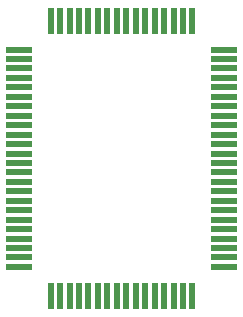
<source format=gbr>
G04 #@! TF.GenerationSoftware,KiCad,Pcbnew,(5.1.2)-2*
G04 #@! TF.CreationDate,2019-08-20T03:23:11-06:00*
G04 #@! TF.ProjectId,pqfp_80_breakout,70716670-5f38-4305-9f62-7265616b6f75,rev?*
G04 #@! TF.SameCoordinates,Original*
G04 #@! TF.FileFunction,Paste,Top*
G04 #@! TF.FilePolarity,Positive*
%FSLAX46Y46*%
G04 Gerber Fmt 4.6, Leading zero omitted, Abs format (unit mm)*
G04 Created by KiCad (PCBNEW (5.1.2)-2) date 2019-08-20 03:23:11*
%MOMM*%
%LPD*%
G04 APERTURE LIST*
%ADD10R,0.500000X2.300000*%
%ADD11R,2.300000X0.500000*%
G04 APERTURE END LIST*
D10*
X144650000Y-62600000D03*
X145450000Y-62600000D03*
X146250000Y-62600000D03*
X147050000Y-62600000D03*
X147850000Y-62600000D03*
X148650000Y-62600000D03*
X149450000Y-62600000D03*
X150250000Y-62600000D03*
X151050000Y-62600000D03*
X151850000Y-62600000D03*
X152650000Y-62600000D03*
X153450000Y-62600000D03*
X154250000Y-62600000D03*
X155050000Y-62600000D03*
X155850000Y-62600000D03*
X156650000Y-62600000D03*
D11*
X159300000Y-65050000D03*
X159300000Y-65850000D03*
X159300000Y-66650000D03*
X159300000Y-67450000D03*
X159300000Y-68250000D03*
X159300000Y-69050000D03*
X159300000Y-69850000D03*
X159300000Y-70650000D03*
X159300000Y-71450000D03*
X159300000Y-72250000D03*
X159300000Y-73050000D03*
X159300000Y-73850000D03*
X159300000Y-74650000D03*
X159300000Y-75450000D03*
X159300000Y-76250000D03*
X159300000Y-77050000D03*
X159300000Y-77850000D03*
X159300000Y-78650000D03*
X159300000Y-79450000D03*
X159300000Y-80250000D03*
X159300000Y-81050000D03*
X159300000Y-81850000D03*
X159300000Y-82650000D03*
X159300000Y-83450000D03*
D10*
X156650000Y-85900000D03*
X155850000Y-85900000D03*
X155050000Y-85900000D03*
X154250000Y-85900000D03*
X153450000Y-85900000D03*
X152650000Y-85900000D03*
X151850000Y-85900000D03*
X151050000Y-85900000D03*
X150250000Y-85900000D03*
X149450000Y-85900000D03*
X148650000Y-85900000D03*
X147850000Y-85900000D03*
X147050000Y-85900000D03*
X146250000Y-85900000D03*
X145450000Y-85900000D03*
X144650000Y-85900000D03*
D11*
X142000000Y-83450000D03*
X142000000Y-82650000D03*
X142000000Y-81850000D03*
X142000000Y-81050000D03*
X142000000Y-80250000D03*
X142000000Y-79450000D03*
X142000000Y-78650000D03*
X142000000Y-77850000D03*
X142000000Y-77050000D03*
X142000000Y-76250000D03*
X142000000Y-75450000D03*
X142000000Y-74650000D03*
X142000000Y-73850000D03*
X142000000Y-73050000D03*
X142000000Y-72250000D03*
X142000000Y-71450000D03*
X142000000Y-70650000D03*
X142000000Y-69850000D03*
X142000000Y-69050000D03*
X142000000Y-68250000D03*
X142000000Y-67450000D03*
X142000000Y-66650000D03*
X142000000Y-65850000D03*
X142000000Y-65050000D03*
M02*

</source>
